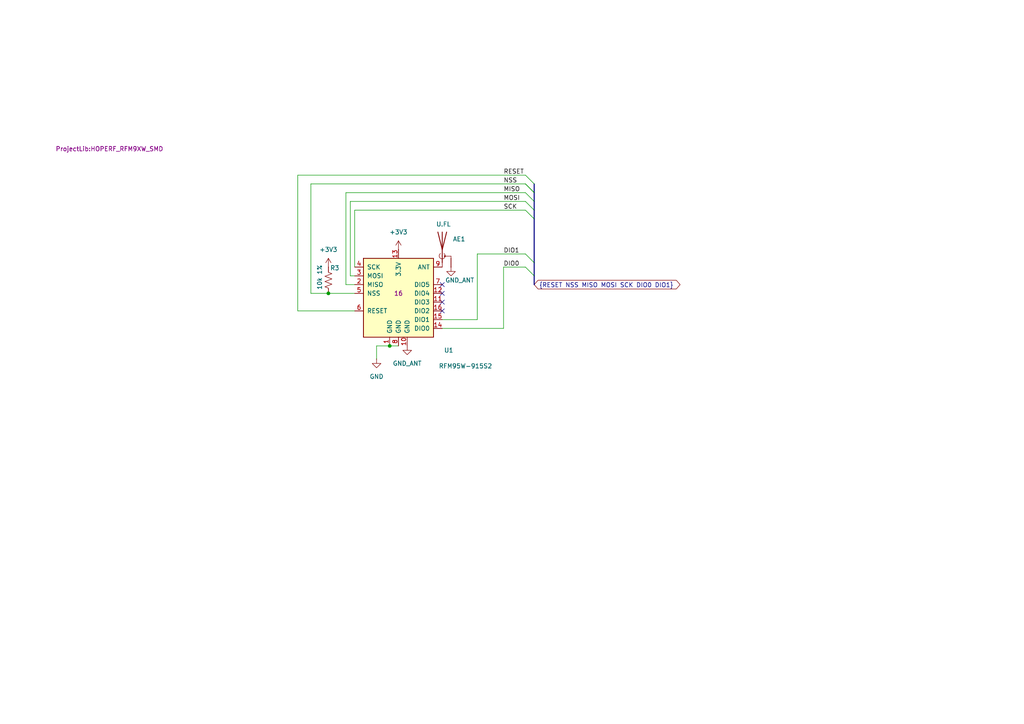
<source format=kicad_sch>
(kicad_sch (version 20250114) (generator "eeschema") (generator_version "9.0")
  (paper "A4")
  (title_block (title "Multiplex I2C to Screw Terminal connectors") (date "2025-09-07") (rev "v0.2.0"))
  (lib_symbols
    (symbol "ProjectLib:Antenna_Shield" (pin_numbers (hide yes)) (pin_names (offset 1.016) (hide yes))
      (property "Reference" "AE" (at -1.905 4.445 0))
      (property "Value" "Antenna_Shield" (at -1.905 2.54 0))
      (symbol "Antenna_Shield_0_1"
        (arc (start 0 -2.667) (mid -0.8485 -2.1032) (end -0.508 -1.143))
        (polyline (pts (xy 0 5.08) (xy 0 -3.81)) (stroke (width 0.254)))
        (polyline (pts (xy 0 -2.54) (xy 0 0)))
        (arc (start 0.508 -1.143) (mid 0.8046 -2.0885) (end 0 -2.667))
        (polyline (pts (xy 0.762 -1.905) (xy 2.54 -1.905)))
        (circle (center 0.762 -1.905) (radius 0.1778) (fill (type outline)))
        (polyline (pts (xy 1.27 5.08) (xy 0 0) (xy -1.27 5.08)) (stroke (width 0.254)))
        (polyline (pts (xy 2.54 -2.54) (xy 2.54 -1.905)))
      )
      (symbol "Antenna_Shield_1_1"
        (pin input line (at 0 -5.08 90) (length 2.54) (name "A") (number "1"))
        (pin power_out line (at 2.54 -5.08 90) (length 2.54) (name "Shield") (number "2"))
      )
    )
    (symbol "ProjectLib:GND_ANT" (power) (pin_numbers (hide yes)) (pin_names (offset 0) (hide yes))
      (property "Value" "GND_ANT" (at 0 -3.81 0))
      (symbol "GND_ANT_0_1"
        (polyline (pts (xy 0 0) (xy 0 -1.27) (xy 1.27 -1.27) (xy 0 -2.54) (xy -1.27 -1.27) (xy 0 -1.27)))
      )
      (symbol "GND_ANT_1_1"
        (pin power_in line (at 0 0 270) (length 0) (name "~") (number "1"))
      )
    )
    (symbol "ProjectLib:RFM95W-915S2" (pin_names (offset 1.016))
      (property "Reference" "U" (at -10.414 11.684 0))
      (property "Value" "RFM95W-915S2" (at 1.524 11.43 0))
      (symbol "RFM95W-915S2_0_1"
        (rectangle (start -10.16 10.16) (end 10.16 -12.7) (stroke (width 0.254)) (fill (type background)))
      )
      (symbol "RFM95W-915S2_1_1"
        (pin input line (at -12.7 7.62 0) (length 2.54) (name "SCK") (number "4"))
        (pin input line (at -12.7 5.08 0) (length 2.54) (name "MOSI") (number "3"))
        (pin output line (at -12.7 2.54 0) (length 2.54) (name "MISO") (number "2"))
        (pin input line (at -12.7 0 0) (length 2.54) (name "NSS") (number "5"))
        (pin bidirectional line (at -12.7 -5.08 0) (length 2.54) (name "RESET") (number "6"))
        (pin power_in line (at -2.54 -15.24 90) (length 2.54) (name "GND") (number "1"))
        (pin power_in line (at 0 12.7 270) (length 2.54) (name "3.3V") (number "13"))
        (pin power_in line (at 0 -15.24 90) (length 2.54) (name "GND") (number "8"))
        (pin power_in line (at 2.54 -15.24 90) (length 2.54) (name "GND") (number "10"))
        (pin bidirectional line (at 12.7 7.62 180) (length 2.54) (name "ANT") (number "9"))
        (pin bidirectional line (at 12.7 2.54 180) (length 2.54) (name "DIO5") (number "7"))
        (pin bidirectional line (at 12.7 0 180) (length 2.54) (name "DIO4") (number "12"))
        (pin bidirectional line (at 12.7 -2.54 180) (length 2.54) (name "DIO3") (number "11"))
        (pin bidirectional line (at 12.7 -5.08 180) (length 2.54) (name "DIO2") (number "16"))
        (pin bidirectional line (at 12.7 -7.62 180) (length 2.54) (name "DIO1") (number "15"))
        (pin bidirectional line (at 12.7 -10.16 180) (length 2.54) (name "DIO0") (number "14"))
      )
    )
    (symbol "ProjectLib:R_US" (pin_numbers (hide yes)) (pin_names (offset 0))
      (property "Reference" "R" (at 2.54 0 90))
      (property "Value" "R_US" (at -2.54 0 90))
      (symbol "R_US_0_1"
        (polyline (pts (xy 0 2.286) (xy 0 2.54)))
        (polyline (pts (xy 0 2.286) (xy 1.016 1.905) (xy 0 1.524) (xy -1.016 1.143) (xy 0 0.762)))
        (polyline (pts (xy 0 0.762) (xy 1.016 0.381) (xy 0 0) (xy -1.016 -0.381) (xy 0 -0.762)))
        (polyline (pts (xy 0 -0.762) (xy 1.016 -1.143) (xy 0 -1.524) (xy -1.016 -1.905) (xy 0 -2.286)))
        (polyline (pts (xy 0 -2.286) (xy 0 -2.54)))
      )
      (symbol "R_US_1_1"
        (pin passive line (at 0 3.81 270) (length 1.27) (name "~") (number "1"))
        (pin passive line (at 0 -3.81 90) (length 1.27) (name "~") (number "2"))
      )
    )
    (symbol "power:+3V3" (power) (pin_numbers (hide yes)) (pin_names (offset 0) (hide yes))
      (property "Value" "+3V3" (at 0 3.556 0))
      (symbol "+3V3_0_1"
        (polyline (pts (xy -0.762 1.27) (xy 0 2.54)))
        (polyline (pts (xy 0 2.54) (xy 0.762 1.27)))
        (polyline (pts (xy 0 0) (xy 0 2.54)))
      )
      (symbol "+3V3_1_1"
        (pin power_in line (at 0 0 90) (length 0) (name "~") (number "1"))
      )
    )
    (symbol "power:GND" (power) (pin_numbers (hide yes)) (pin_names (offset 0) (hide yes))
      (property "Value" "GND" (at 0 -3.81 0))
      (symbol "GND_0_1"
        (polyline (pts (xy 0 0) (xy 0 -1.27) (xy 1.27 -1.27) (xy 0 -2.54) (xy -1.27 -1.27) (xy 0 -1.27)))
      )
      (symbol "GND_1_1"
        (pin power_in line (at 0 0 270) (length 0) (name "~") (number "1"))
      )
    )
  )
  (bus_alias "SPI" (members "NSS" "MISO" "MOSI" "SCK" "DI[05..00]"))
  (junction (at 113.03 100.33))
  (junction (at 95.25 85.09))
  (no_connect (at 128.27 87.63))
  (no_connect (at 128.27 90.17))
  (no_connect (at 128.27 85.09))
  (no_connect (at 128.27 82.55))
  (bus_entry (at 154.94 58.42) (size -2.54 -2.54))
  (bus_entry (at 154.94 80.01) (size -2.54 -2.54))
  (bus_entry (at 154.94 53.34) (size -2.54 -2.54))
  (bus_entry (at 154.94 76.2) (size -2.54 -2.54))
  (bus_entry (at 154.94 63.5) (size -2.54 -2.54))
  (bus_entry (at 154.94 55.88) (size -2.54 -2.54))
  (bus_entry (at 154.94 60.96) (size -2.54 -2.54))
  (bus (pts (xy 154.94 53.34) (xy 154.94 55.88)))
  (wire (pts (xy 146.05 77.47) (xy 146.05 95.25)))
  (wire (pts (xy 100.33 82.55) (xy 100.33 55.88)))
  (wire (pts (xy 128.27 92.71) (xy 138.43 92.71)))
  (wire (pts (xy 152.4 77.47) (xy 146.05 77.47)))
  (wire (pts (xy 152.4 53.34) (xy 154.94 55.88)))
  (wire (pts (xy 101.6 80.01) (xy 101.6 58.42)))
  (bus (pts (xy 154.94 60.96) (xy 154.94 63.5)))
  (bus (pts (xy 154.94 58.42) (xy 154.94 60.96)))
  (wire (pts (xy 86.36 90.17) (xy 102.87 90.17)))
  (wire (pts (xy 102.87 77.47) (xy 102.87 60.96)))
  (wire (pts (xy 113.03 100.33) (xy 109.22 100.33)))
  (bus (pts (xy 154.94 55.88) (xy 154.94 58.42)))
  (wire (pts (xy 102.87 82.55) (xy 100.33 82.55)))
  (wire (pts (xy 109.22 100.33) (xy 109.22 104.14)))
  (wire (pts (xy 90.17 85.09) (xy 90.17 53.34)))
  (wire (pts (xy 138.43 73.66) (xy 138.43 92.71)))
  (wire (pts (xy 113.03 100.33) (xy 115.57 100.33)))
  (wire (pts (xy 100.33 55.88) (xy 152.4 55.88)))
  (bus (pts (xy 154.94 76.2) (xy 154.94 80.01)))
  (wire (pts (xy 101.6 58.42) (xy 152.4 58.42)))
  (wire (pts (xy 86.36 90.17) (xy 86.36 50.8)))
  (wire (pts (xy 102.87 60.96) (xy 152.4 60.96)))
  (wire (pts (xy 128.27 95.25) (xy 146.05 95.25)))
  (wire (pts (xy 102.87 80.01) (xy 101.6 80.01)))
  (wire (pts (xy 86.36 50.8) (xy 152.4 50.8)))
  (wire (pts (xy 138.43 73.66) (xy 152.4 73.66)))
  (bus (pts (xy 154.94 80.01) (xy 154.94 82.55)))
  (wire (pts (xy 95.25 85.09) (xy 102.87 85.09)))
  (wire (pts (xy 90.17 85.09) (xy 95.25 85.09)))
  (bus (pts (xy 154.94 63.5) (xy 154.94 76.2)))
  (wire (pts (xy 90.17 53.34) (xy 152.4 53.34)))
  (label "MISO" (at 146.05 55.88 0))
  (label "MOSI" (at 146.05 58.42 0))
  (label "RESET" (at 146.05 50.8 0))
  (label "DIO0" (at 146.05 77.47 0))
  (label "SCK" (at 146.05 60.96 0))
  (label "DIO1" (at 146.05 73.66 0))
  (label "NSS" (at 146.05 53.34 0))
  (global_label "{RESET NSS MISO MOSI SCK DIO0 DIO1}" (shape bidirectional) (at 154.94 82.55 0) (property "Intersheetrefs" "${INTERSHEET_REFS}" (effects (hide yes))))
  (symbol (lib_id "ProjectLib:R_US") (at 95.25 81.28 0) (unit 1)
    (property "Reference" "R3" (at 95.758 77.724 0) (effects (justify left)))
    (property "Value" "10k 1%" (at 92.71 84.074 90) (effects (justify left)))
    (property "Footprint" "ProjectLib:R_0402_1005Metric" (effects (hide yes)))
    (property "Description" "Resistor, US symbol" (effects (hide yes)))
    (property "MountType" "SMT" (effects (hide yes)))
    (property "pads" "2" (effects (hide yes)))
    (property "Package" "R_0402_1005Metric" (effects (hide yes)))
    (property "Notes" "or equivalent" (effects (hide yes)))
  )
  (symbol (lib_id "ProjectLib:GND_ANT") (at 118.11 100.33 0) (unit 1)
    (property "Reference" "#PWR08" (effects (hide yes)))
    (property "Value" "GND_ANT" (at 118.11 105.41 0))
    (property "Description" "Power symbol creates a global label with name \"GND_ANT\" , ground" (effects (hide yes)))
  )
  (symbol (lib_id "ProjectLib:GND_ANT") (at 130.81 77.47 0) (unit 1)
    (property "Reference" "#PWR09" (effects (hide yes)))
    (property "Value" "GND_ANT" (at 133.35 81.28 0))
    (property "Description" "Power symbol creates a global label with name \"GND_ANT\" , ground" (effects (hide yes)))
  )
  (symbol (lib_id "power:+3V3") (at 95.25 77.47 0) (unit 1)
    (property "Reference" "#PWR05" (effects (hide yes)))
    (property "Value" "+3V3" (at 95.25 72.39 0))
    (property "Description" "Power symbol creates a global label with name \"+3V3\"" (effects (hide yes)))
  )
  (symbol (lib_id "power:GND") (at 109.22 104.14 0) (unit 1)
    (property "Reference" "#PWR06" (effects (hide yes)))
    (property "Value" "GND" (at 109.22 109.22 0))
    (property "Description" "Power symbol creates a global label with name \"GND\" , ground" (effects (hide yes)))
  )
  (symbol (lib_id "power:+3V3") (at 115.57 72.39 0) (unit 1)
    (property "Reference" "#PWR07" (effects (hide yes)))
    (property "Value" "+3V3" (at 115.57 67.31 0))
    (property "Description" "Power symbol creates a global label with name \"+3V3\"" (effects (hide yes)))
  )
  (symbol (lib_id "ProjectLib:RFM95W-915S2") (at 115.57 85.09 0) (unit 1)
    (property "Reference" "U1" (at 128.778 101.6 0) (effects (justify left)))
    (property "Value" "RFM95W-915S2" (at 127.254 106.172 0) (effects (justify left)))
    (property "Footprint" "ProjectLib:HOPERF_RFM9XW_SMD" (at 31.75 43.18 0))
    (property "Datasheet" "https://www.hoperf.com/modules/lora/RFM95W.html" (effects (hide yes)))
    (property "Description" "LoRa module, SPI, 915MHz, spreading factor 6 to12, bandwidth 125 to 500kHz, -111 to -136 dBm, SMD-16" (effects (hide yes)))
    (property "MountType" "SMT" (effects (hide yes)))
    (property "Notes" "or equivalent" (effects (hide yes)))
    (property "Manufacturer" "HopeRF" (effects (hide yes)))
    (property "MfgPart" "RFM95W-915S2" (effects (hide yes)))
    (property "pads" "16" (at 115.57 85.09 0))
    (property "Package" "HOPERF_RFM9XW_SMD" (effects (hide yes)))
  )
  (symbol (lib_id "ProjectLib:Antenna_Shield") (at 128.27 72.39 0) (unit 1)
    (property "Reference" "AE1" (at 131.318 69.342 0) (effects (justify left)))
    (property "Value" "U.FL" (at 126.492 65.024 0) (effects (justify left)))
    (property "Footprint" "ProjectLib:U.FL_Molex_MCRF_73412-0110_Vertical" (effects (hide yes)))
    (property "Description" "Antenna with extra pin for shielding" (effects (hide yes)))
    (property "Manufacturer" "Hirose" (effects (hide yes)))
    (property "MfgPart" "U.FL-R-SMT-1" (effects (hide yes)))
    (property "Notes" "or equivalent" (effects (hide yes)))
    (property "MountType" "SMT" (effects (hide yes)))
    (property "Package" "U.FL" (effects (hide yes)))
  )
)
</source>
